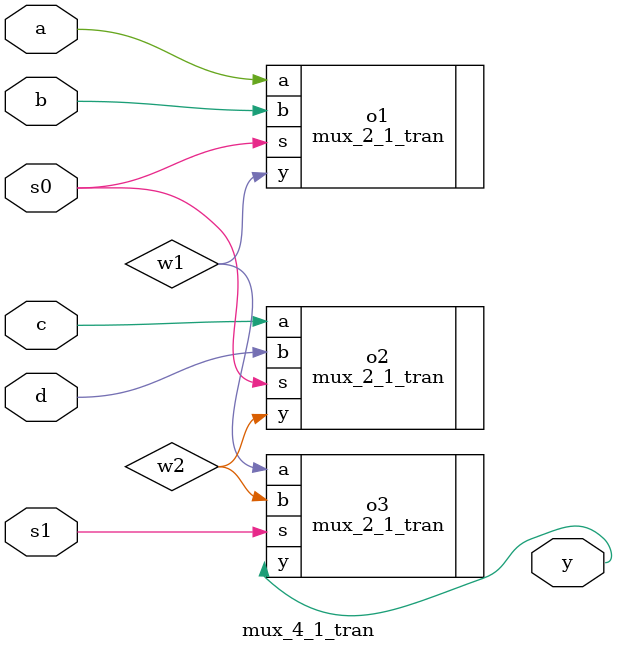
<source format=v>
`include "mux_2_1_tran.v"

module mux_4_1_tran(input a, input b, input c, input d, input s0, input s1, output y);
wire w1,w2;
mux_2_1_tran o1(.a(a),.b(b),.s(s0),.y(w1));
mux_2_1_tran o2(.a(c),.b(d),.s(s0),.y(w2));
mux_2_1_tran o3(.a(w1),.b(w2),.s(s1),.y(y));
endmodule

</source>
